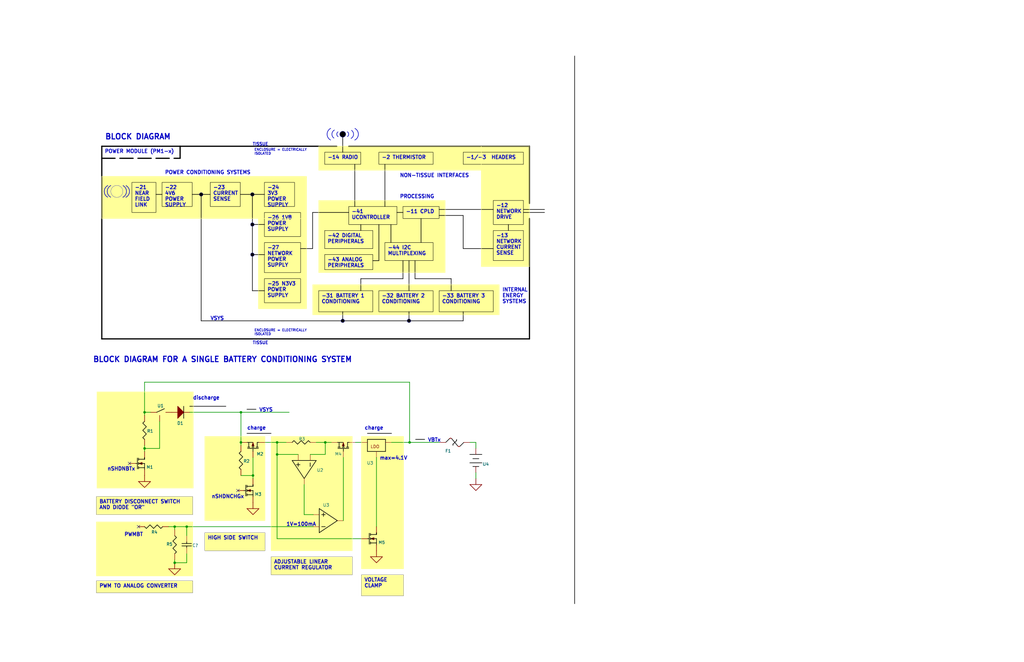
<source format=kicad_sch>
(kicad_sch (version 20231120) (generator "eeschema") (generator_version "8.0")
  (paper "B")
  (title_block (rev "-"))
  (lib_symbols
    (symbol "NNPS:GND" (power)
      (property "Reference" "#PWR" (at 0 0 0))
      (property "Value" "GND" (at 0 6.35 0))
      (symbol "GND_0_0"
        (polyline (pts (xy 0 0) (xy 0 -2.54)) (stroke (width 0.254)))
        (polyline (pts (xy -2.54 -2.54) (xy 2.54 -2.54) (xy 0 -5.08) (xy -2.54 -2.54)) (stroke (width 0.254)))
        (pin power_in line (at 0 0 0) (length 0) hide (name "GND") (number ""))
      )
    )
    (symbol "NNPS:root_0_D"
      (symbol "root_0_D_1_0"
        (polyline (pts (xy 5.08 2.54) (xy 5.08 -2.54)) (stroke (width 0.254) (color 0 0 0 1)))
        (polyline (pts (xy 2.54 -2.54) (xy 5.08 0) (xy 2.54 2.54) (xy 2.54 -2.54)) (stroke (width 0.254)) (fill (type outline)))
        (pin passive line (at 0 0 0) (length 2.54) (name "A") (number "1"))
        (pin passive line (at 7.62 0 180) (length 2.54) (name "K") (number "2"))
      )
    )
    (symbol "NNPS:root_0_F"
      (symbol "root_0_F_1_0"
        (polyline (pts (xy 2.54 0) (xy 4.064 1.524)) (stroke (width 0.254) (color 0 0 0 1)))
        (polyline (pts (xy 5.588 -1.27) (xy 5.588 -0.762)) (stroke (width 0.254) (color 0 0 0 1)))
        (polyline (pts (xy 5.588 -0.762) (xy 7.112 0.762)) (stroke (width 0.254) (color 0 0 0 1)))
        (polyline (pts (xy 7.112 0.762) (xy 7.112 1.27)) (stroke (width 0.254) (color 0 0 0 1)))
        (polyline (pts (xy 7.62 -1.524) (xy 5.08 1.524)) (stroke (width 0.254) (color 0 0 0 1)))
        (polyline (pts (xy 8.636 -1.524) (xy 10.16 0)) (stroke (width 0.254) (color 0 0 0 1)))
        (arc (start 4.572 1.778) (mid 4.2804 1.72) (end 4.0332 1.5548) (stroke (width 0.254)))
        (arc (start 5.1108 1.5548) (mid 4.8636 1.72) (end 4.572 1.778) (stroke (width 0.254)))
        (arc (start 7.6736 -1.4972) (mid 7.8609 -1.7022) (end 8.128 -1.778) (stroke (width 0.254)))
        (arc (start 8.128 -1.778) (mid 8.3951 -1.7021) (end 8.5824 -1.4972) (stroke (width 0.254)))
        (pin passive line (at 0 0 0) (length 2.54) (name "1") (number "1"))
        (pin passive line (at 12.7 0 180) (length 2.54) (name "2") (number "2"))
      )
    )
    (symbol "NNPS:root_0_LDO"
      (symbol "root_0_LDO_1_0"
        (polyline (pts (xy 2.54 -3.81) (xy 10.16 -3.81)) (stroke (width 0.254) (color 0 0 0 1)))
        (polyline (pts (xy 2.54 1.27) (xy 2.54 -3.81)) (stroke (width 0.254) (color 0 0 0 1)))
        (polyline (pts (xy 2.54 1.27) (xy 10.16 1.27)) (stroke (width 0.254) (color 0 0 0 1)))
        (polyline (pts (xy 10.16 1.27) (xy 10.16 -3.81)) (stroke (width 0.254) (color 0 0 0 1)))
        (text "LDO" (at 3.81 -2.54 0) (effects (font (size 1.27 1.27)) (justify left bottom)))
        (pin passive line (at 0 0 0) (length 2.54) (name "IN") (number "1"))
        (pin passive line (at 6.35 -6.35 90) (length 2.54) (name "GND") (number "2"))
        (pin passive line (at 12.7 0 180) (length 2.54) (name "OUT") (number "3"))
      )
    )
    (symbol "NNPS:root_0_MN"
      (symbol "root_0_MN_1_0"
        (polyline (pts (xy 2.54 0) (xy 3.302 0)) (stroke (width 0.254) (color 0 0 0 1)))
        (polyline (pts (xy 3.302 2.286) (xy 3.302 -2.286)) (stroke (width 0.254) (color 0 0 0 1)))
        (polyline (pts (xy 3.81 -2.286) (xy 3.81 -1.27)) (stroke (width 0.254) (color 0 0 0 1)))
        (polyline (pts (xy 3.81 -0.508) (xy 3.81 0.508)) (stroke (width 0.254) (color 0 0 0 1)))
        (polyline (pts (xy 3.81 2.286) (xy 3.81 1.27)) (stroke (width 0.254) (color 0 0 0 1)))
        (polyline (pts (xy 6.35 -1.778) (xy 3.81 -1.778)) (stroke (width 0.254) (color 0 0 0 1)))
        (polyline (pts (xy 6.35 0) (xy 3.81 0)) (stroke (width 0.254) (color 0 0 0 1)))
        (polyline (pts (xy 6.35 0) (xy 6.35 -2.54)) (stroke (width 0.254) (color 0 0 0 1)))
        (polyline (pts (xy 6.35 1.778) (xy 3.81 1.778)) (stroke (width 0.254) (color 0 0 0 1)))
        (polyline (pts (xy 6.35 1.778) (xy 6.35 2.54)) (stroke (width 0.254) (color 0 0 0 1)))
        (polyline (pts (xy 6.35 1.778) (xy 6.35 2.54)) (stroke (width 0.254) (color 0 0 0 1)))
        (polyline (pts (xy 3.81 0) (xy 5.334 -0.508) (xy 5.334 0.508) (xy 3.81 0)) (fill (type outline)))
        (pin passive line (at 0 0 0) (length 2.54) (name "G") (number "1"))
        (pin passive line (at 6.35 -5.08 90) (length 2.54) (name "S") (number "2"))
        (pin passive line (at 6.35 5.08 270) (length 2.54) (name "D") (number "3"))
      )
    )
    (symbol "NNPS:root_0_OPA"
      (symbol "root_0_OPA_1_0"
        (polyline (pts (xy 2.54 -7.62) (xy 10.16 -2.54)) (stroke (width 0.254) (color 0 0 0 1)))
        (polyline (pts (xy 2.54 2.54) (xy 2.54 -7.62)) (stroke (width 0.254) (color 0 0 0 1)))
        (polyline (pts (xy 2.54 2.54) (xy 10.16 -2.54)) (stroke (width 0.254) (color 0 0 0 1)))
        (polyline (pts (xy 3.556 -5.08) (xy 5.08 -5.08)) (stroke (width 0.254) (color 0 0 0 1)))
        (polyline (pts (xy 3.556 0) (xy 5.08 0)) (stroke (width 0.254) (color 0 0 0 1)))
        (polyline (pts (xy 4.318 0.762) (xy 4.318 -0.762)) (stroke (width 0.254) (color 0 0 0 1)))
        (pin passive line (at 0 0 0) (length 2.54) (name "+IN") (number "1"))
        (pin passive line (at 0 -5.08 0) (length 2.54) (name "-IN") (number "2"))
        (pin passive line (at 12.7 -2.54 180) (length 2.54) (name "OUT") (number "3"))
      )
    )
    (symbol "NNPS:root_0_R"
      (symbol "root_0_R_1_0"
        (polyline (pts (xy 10.16 0) (xy 9.398 0.762) (xy 7.874 -0.762) (xy 6.35 0.762) (xy 4.826 -0.762) (xy 3.302 0.762) (xy 2.54 0)) (stroke (width 0.254) (color 0 0 0 1)))
        (pin passive line (at 0 0 0) (length 2.54) (name "1") (number "1"))
        (pin passive line (at 12.7 0 180) (length 2.54) (name "2") (number "2"))
      )
    )
    (symbol "NNPS:root_0_SWL"
      (symbol "root_0_SWL_1_0"
        (polyline (pts (xy 2.54 0) (xy 5.842 1.524)) (stroke (width 0.254) (color 0 0 0 1)))
        (pin passive line (at 0 0 0) (length 2.54) (name "") (number "1"))
        (pin passive line (at 8.89 0 180) (length 2.54) (name "") (number "2"))
        (pin passive line (at 3.81 -3.81 90) (length 2.54) (name "") (number "3"))
      )
    )
    (symbol "NNPS:root_1_MP"
      (symbol "root_1_MP_1_0"
        (polyline (pts (xy -2.286 3.81) (xy 2.286 3.81)) (stroke (width 0.254) (color 0 0 0 1)))
        (polyline (pts (xy -2.286 4.318) (xy -1.27 4.318)) (stroke (width 0.254) (color 0 0 0 1)))
        (polyline (pts (xy -1.778 6.35) (xy -1.778 4.318)) (stroke (width 0.254) (color 0 0 0 1)))
        (polyline (pts (xy 0 2.54) (xy 0 3.81)) (stroke (width 0.254) (color 0 0 0 1)))
        (polyline (pts (xy 0 5.588) (xy 0 4.318)) (stroke (width 0.254) (color 0 0 0 1)))
        (polyline (pts (xy 0 6.35) (xy -2.54 6.35)) (stroke (width 0.254) (color 0 0 0 1)))
        (polyline (pts (xy 0.508 4.318) (xy -0.508 4.318)) (stroke (width 0.254) (color 0 0 0 1)))
        (polyline (pts (xy 1.778 6.35) (xy 1.778 4.318)) (stroke (width 0.254) (color 0 0 0 1)))
        (polyline (pts (xy 2.286 4.318) (xy 1.27 4.318)) (stroke (width 0.254) (color 0 0 0 1)))
        (polyline (pts (xy 2.54 6.35) (xy 1.778 6.35)) (stroke (width 0.254) (color 0 0 0 1)))
        (polyline (pts (xy 0 6.35) (xy -0.508 4.826) (xy 0.508 4.826) (xy 0 6.35)) (fill (type outline)))
        (pin passive line (at 0 0 90) (length 2.54) (name "G") (number "1"))
        (pin passive line (at -5.08 6.35 0) (length 2.54) (name "S") (number "2"))
        (pin passive line (at 5.08 6.35 180) (length 2.54) (name "D") (number "3"))
      )
    )
    (symbol "NNPS:root_1_R"
      (symbol "root_1_R_1_0"
        (polyline (pts (xy 0 10.16) (xy -0.762 9.398) (xy 0.762 7.874) (xy -0.762 6.35) (xy 0.762 4.826) (xy -0.762 3.302) (xy 0 2.54)) (stroke (width 0.254) (color 0 0 0 1)))
        (pin passive line (at 0 0 90) (length 2.54) (name "1") (number "1"))
        (pin passive line (at 0 12.7 270) (length 2.54) (name "2") (number "2"))
      )
    )
    (symbol "NNPS:root_2_R"
      (symbol "root_2_R_1_0"
        (polyline (pts (xy -10.16 0) (xy -9.398 -0.762) (xy -7.874 0.762) (xy -6.35 -0.762) (xy -4.826 0.762) (xy -3.302 -0.762) (xy -2.54 0)) (stroke (width 0.254) (color 0 0 0 1)))
        (pin passive line (at 0 0 180) (length 2.54) (name "1") (number "1"))
        (pin passive line (at -12.7 0 0) (length 2.54) (name "2") (number "2"))
      )
    )
    (symbol "NNPS:root_3_BAT"
      (symbol "root_3_BAT_1_0"
        (polyline (pts (xy 1.27 -7.62) (xy -1.27 -7.62)) (stroke (width 0.254) (color 0 0 0 1)))
        (polyline (pts (xy 1.27 -4.318) (xy -1.27 -4.318)) (stroke (width 0.254) (color 0 0 0 1)))
        (polyline (pts (xy 2.54 -6.096) (xy -2.54 -6.096)) (stroke (width 0.254) (color 0 0 0 1)))
        (polyline (pts (xy 2.54 -2.54) (xy -2.54 -2.54)) (stroke (width 0.254) (color 0 0 0 1)))
        (pin passive line (at 0 0 270) (length 2.54) (name "+") (number "1"))
        (pin passive line (at 0 -10.16 90) (length 2.54) (name "-") (number "2"))
      )
    )
    (symbol "NNPS:root_3_C"
      (symbol "root_3_C_1_0"
        (polyline (pts (xy -2.032 -3.302) (xy 2.032 -3.302)) (stroke (width 0.254) (color 0 0 0 1)))
        (polyline (pts (xy 0 -5.08) (xy 0 -4.318)) (stroke (width 0.254) (color 0 0 0 1)))
        (polyline (pts (xy 0 -2.54) (xy 0 -3.302)) (stroke (width 0.254) (color 0 0 0 1)))
        (polyline (pts (xy 2.032 -4.318) (xy -2.032 -4.318)) (stroke (width 0.254) (color 0 0 0 1)))
        (pin passive line (at 0 0 270) (length 2.54) (name "1") (number "1"))
        (pin passive line (at 0 -7.62 90) (length 2.54) (name "2") (number "2"))
      )
    )
    (symbol "NNPS:root_3_R"
      (symbol "root_3_R_1_0"
        (polyline (pts (xy 0 -10.16) (xy 0.762 -9.398) (xy -0.762 -7.874) (xy 0.762 -6.35) (xy -0.762 -4.826) (xy 0.762 -3.302) (xy 0 -2.54)) (stroke (width 0.254) (color 0 0 0 1)))
        (pin passive line (at 0 0 270) (length 2.54) (name "1") (number "1"))
        (pin passive line (at 0 -12.7 90) (length 2.54) (name "2") (number "2"))
      )
    )
    (symbol "NNPS:root_3_mirrored_OPA"
      (symbol "root_3_mirrored_OPA_1_0"
        (polyline (pts (xy -2.54 -2.54) (xy 2.54 -10.16)) (stroke (width 0.254) (color 0 0 0 1)))
        (polyline (pts (xy -2.54 -2.54) (xy 7.62 -2.54)) (stroke (width 0.254) (color 0 0 0 1)))
        (polyline (pts (xy -0.762 -4.318) (xy 0.762 -4.318)) (stroke (width 0.254) (color 0 0 0 1)))
        (polyline (pts (xy 0 -3.556) (xy 0 -5.08)) (stroke (width 0.254) (color 0 0 0 1)))
        (polyline (pts (xy 5.08 -3.556) (xy 5.08 -5.08)) (stroke (width 0.254) (color 0 0 0 1)))
        (polyline (pts (xy 7.62 -2.54) (xy 2.54 -10.16)) (stroke (width 0.254) (color 0 0 0 1)))
        (pin passive line (at 0 0 270) (length 2.54) (name "+IN") (number "1"))
        (pin passive line (at 5.08 0 270) (length 2.54) (name "-IN") (number "2"))
        (pin passive line (at 2.54 -12.7 90) (length 2.54) (name "OUT") (number "3"))
      )
    )
  )
  (junction (at 78.74 222.25))
  (junction (at 73.66 222.25))
  (junction (at 172.72 186.69))
  (junction (at 106.68 200.66))
  (junction (at 101.6 173.99))
  (junction (at 60.96 173.99))
  (junction (at 116.84 186.69))
  (junction (at 116.84 191.77))
  (junction (at 73.66 237.49))
  (junction (at 101.6 186.69))
  (junction (at 137.16 186.69))
  (junction (at 60.96 189.23))
  (no_connect (at 100.33 207.01))
  (no_connect (at 54.61 195.58))
  (no_connect (at 58.42 222.25))
  (polyline (pts (xy 175.006 117.602) (xy 175.006 109.982)) (stroke (width 0.254) (type solid) (color 0 0 0 1)))
  (wire (pts (xy 60.96 189.23) (xy 67.31 189.23)) (stroke (width 0.254)))
  (polyline (pts (xy 208.026 104.902) (xy 195.326 104.902)) (stroke (width 0.254) (type solid) (color 0 0 0 1)))
  (polyline (pts (xy 154.94 182.88) (xy 165.1 182.88)) (stroke (width 0.254) (type solid) (color 0 0 0 1)))
  (polyline (pts (xy 229.616 89.662) (xy 220.726 89.662)) (stroke (width 0.254) (type solid) (color 0 0 0 1)))
  (polyline (pts (xy 169.926 117.602) (xy 152.146 117.602)) (stroke (width 0.254) (type solid) (color 0 0 0 1)))
  (polyline (pts (xy 42.926 66.802) (xy 75.946 66.802)) (stroke (width 0.508) (type dash) (color 0 0 0 1)))
  (polyline (pts (xy 104.14 182.88) (xy 114.3 182.88)) (stroke (width 0.254) (type solid) (color 0 0 0 1)))
  (polyline (pts (xy 175.26 185.42) (xy 179.07 185.42)) (stroke (width 0.254) (type solid) (color 0 0 0 1)))
  (polyline (pts (xy 84.836 135.382) (xy 84.836 82.042)) (stroke (width 0.254) (type solid) (color 0 0 0 1)))
  (wire (pts (xy 60.96 175.26) (xy 60.96 173.99)) (stroke (width 0.254)))
  (wire (pts (xy 137.16 186.69) (xy 133.35 186.69)) (stroke (width 0.254)))
  (polyline (pts (xy 195.326 135.382) (xy 84.836 135.382)) (stroke (width 0.254) (type solid) (color 0 0 0 1)))
  (polyline (pts (xy 106.426 122.682) (xy 106.426 82.042)) (stroke (width 0.254) (type solid) (color 0 0 0 1)))
  (polyline (pts (xy 223.266 61.722) (xy 147.066 61.722)) (stroke (width 0.508) (type solid) (color 0 0 0 1)))
  (wire (pts (xy 116.84 191.77) (xy 116.84 227.33)) (stroke (width 0.254)))
  (wire (pts (xy 101.6 200.66) (xy 106.68 200.66)) (stroke (width 0.254)))
  (polyline (pts (xy 144.526 135.382) (xy 144.526 131.572)) (stroke (width 0.254) (type solid) (color 0 0 0 1)))
  (polyline (pts (xy 106.426 122.682) (xy 111.506 122.682)) (stroke (width 0.254) (type solid) (color 0 0 0 1)))
  (polyline (pts (xy 159.766 109.982) (xy 157.226 109.982)) (stroke (width 0.254) (type solid) (color 0 0 0 1)))
  (polyline (pts (xy 177.546 92.202) (xy 177.546 102.362)) (stroke (width 0.254) (type solid) (color 0 0 0 1)))
  (polyline (pts (xy 169.926 89.662) (xy 167.386 89.662)) (stroke (width 0.254) (type solid) (color 0 0 0 1)))
  (polyline (pts (xy 214.376 94.742) (xy 214.376 97.282)) (stroke (width 0.254) (type solid) (color 0 0 0 1)))
  (wire (pts (xy 73.66 236.22) (xy 73.66 237.49)) (stroke (width 0.254)))
  (polyline (pts (xy 190.246 117.602) (xy 175.006 117.602)) (stroke (width 0.254) (type solid) (color 0 0 0 1)))
  (wire (pts (xy 78.74 222.25) (xy 132.08 222.25)) (stroke (width 0.254)))
  (wire (pts (xy 200.66 186.69) (xy 200.66 189.23)) (stroke (width 0.254)))
  (wire (pts (xy 200.66 199.39) (xy 200.66 201.93)) (stroke (width 0.254)))
  (polyline (pts (xy 152.146 97.282) (xy 152.146 94.742)) (stroke (width 0.254) (type solid) (color 0 0 0 1)))
  (polyline (pts (xy 172.466 122.682) (xy 172.466 109.982)) (stroke (width 0.254) (type solid) (color 0 0 0 1)))
  (polyline (pts (xy 80.01 171.45) (xy 95.25 171.45)) (stroke (width 0.254) (type solid) (color 0 0 0 1)))
  (polyline (pts (xy 195.326 135.382) (xy 195.326 131.572)) (stroke (width 0.254) (type solid) (color 0 0 0 1)))
  (wire (pts (xy 116.84 186.69) (xy 120.65 186.69)) (stroke (width 0.254)))
  (wire (pts (xy 67.31 189.23) (xy 67.31 177.8)) (stroke (width 0.254)))
  (polyline (pts (xy 149.606 87.122) (xy 149.606 69.342)) (stroke (width 0.254) (type solid) (color 0 0 0 1)))
  (wire (pts (xy 172.72 161.29) (xy 172.72 186.69)) (stroke (width 0.254)))
  (wire (pts (xy 165.1 186.69) (xy 172.72 186.69)) (stroke (width 0.254)))
  (wire (pts (xy 101.6 187.96) (xy 101.6 186.69)) (stroke (width 0.254)))
  (wire (pts (xy 130.81 191.77) (xy 137.16 191.77)) (stroke (width 0.254)))
  (wire (pts (xy 172.72 186.69) (xy 185.42 186.69)) (stroke (width 0.254)))
  (polyline (pts (xy 42.926 143.002) (xy 223.266 143.002)) (stroke (width 0.508) (type solid) (color 0 0 0 1)))
  (polyline (pts (xy 65.786 82.042) (xy 68.326 82.042)) (stroke (width 0.254) (type solid) (color 0 0 0 1)))
  (wire (pts (xy 80.01 173.99) (xy 101.6 173.99)) (stroke (width 0.254)))
  (polyline (pts (xy 195.326 90.932) (xy 185.166 90.932)) (stroke (width 0.254) (type solid) (color 0 0 0 1)))
  (polyline (pts (xy 131.826 104.902) (xy 131.826 89.662)) (stroke (width 0.254) (type solid) (color 0 0 0 1)))
  (polyline (pts (xy 75.946 66.802) (xy 75.946 61.722)) (stroke (width 0.508) (type dash) (color 0 0 0 1)))
  (polyline (pts (xy 106.426 94.742) (xy 111.506 94.742)) (stroke (width 0.254) (type solid) (color 0 0 0 1)))
  (wire (pts (xy 73.66 223.52) (xy 73.66 222.25)) (stroke (width 0.254)))
  (polyline (pts (xy 106.426 107.442) (xy 111.506 107.442)) (stroke (width 0.254) (type solid) (color 0 0 0 1)))
  (wire (pts (xy 73.66 237.49) (xy 78.74 237.49)) (stroke (width 0.254)))
  (polyline (pts (xy 169.926 117.602) (xy 169.926 109.982)) (stroke (width 0.254) (type solid) (color 0 0 0 1)))
  (wire (pts (xy 106.68 200.66) (xy 106.68 193.04)) (stroke (width 0.254)))
  (polyline (pts (xy 159.766 109.982) (xy 159.766 94.742)) (stroke (width 0.254) (type solid) (color 0 0 0 1)))
  (polyline (pts (xy 42.926 61.722) (xy 141.986 61.722)) (stroke (width 0.508) (type solid) (color 0 0 0 1)))
  (wire (pts (xy 101.6 173.99) (xy 121.92 173.99)) (stroke (width 0.254)))
  (polyline (pts (xy 190.246 122.682) (xy 190.246 117.602)) (stroke (width 0.254) (type solid) (color 0 0 0 1)))
  (wire (pts (xy 60.96 173.99) (xy 63.5 173.99)) (stroke (width 0.254)))
  (wire (pts (xy 78.74 226.06) (xy 78.74 222.25)) (stroke (width 0.254)))
  (polyline (pts (xy 131.826 104.902) (xy 126.746 104.902)) (stroke (width 0.254) (type solid) (color 0 0 0 1)))
  (wire (pts (xy 158.75 193.04) (xy 158.75 222.25)) (stroke (width 0.254)))
  (wire (pts (xy 78.74 237.49) (xy 78.74 233.68)) (stroke (width 0.254)))
  (polyline (pts (xy 229.616 88.392) (xy 220.726 88.392)) (stroke (width 0.254) (type solid) (color 0 0 0 1)))
  (polyline (pts (xy 104.14 172.72) (xy 107.95 172.72)) (stroke (width 0.254) (type solid) (color 0 0 0 1)))
  (polyline (pts (xy 81.026 82.042) (xy 88.646 82.042)) (stroke (width 0.254) (type solid) (color 0 0 0 1)))
  (wire (pts (xy 116.84 227.33) (xy 152.4 227.33)) (stroke (width 0.254)))
  (polyline (pts (xy 172.466 135.382) (xy 172.466 131.572)) (stroke (width 0.254) (type solid) (color 0 0 0 1)))
  (wire (pts (xy 149.86 186.69) (xy 152.4 186.69)) (stroke (width 0.254)))
  (wire (pts (xy 60.96 189.23) (xy 60.96 187.96)) (stroke (width 0.254)))
  (polyline (pts (xy 152.146 122.682) (xy 152.146 117.602)) (stroke (width 0.254) (type solid) (color 0 0 0 1)))
  (polyline (pts (xy 147.066 89.662) (xy 131.826 89.662)) (stroke (width 0.254) (type solid) (color 0 0 0 1)))
  (polyline (pts (xy 223.266 61.722) (xy 223.266 85.852)) (stroke (width 0.508) (type solid) (color 0 0 0 1)))
  (wire (pts (xy 116.84 191.77) (xy 125.73 191.77)) (stroke (width 0.254)))
  (wire (pts (xy 128.27 204.47) (xy 128.27 217.17)) (stroke (width 0.254)))
  (polyline (pts (xy 42.926 61.722) (xy 42.926 143.002)) (stroke (width 0.508) (type solid) (color 0 0 0 1)))
  (wire (pts (xy 128.27 217.17) (xy 132.08 217.17)) (stroke (width 0.254)))
  (wire (pts (xy 71.12 222.25) (xy 73.66 222.25)) (stroke (width 0.254)))
  (polyline (pts (xy 208.026 88.392) (xy 185.166 88.392)) (stroke (width 0.254) (type solid) (color 0 0 0 1)))
  (wire (pts (xy 137.16 191.77) (xy 137.16 186.69)) (stroke (width 0.254)))
  (wire (pts (xy 137.16 186.69) (xy 139.7 186.69)) (stroke (width 0.254)))
  (wire (pts (xy 60.96 190.5) (xy 60.96 189.23)) (stroke (width 0.254)))
  (wire (pts (xy 111.76 186.69) (xy 116.84 186.69)) (stroke (width 0.254)))
  (wire (pts (xy 60.96 161.29) (xy 172.72 161.29)) (stroke (width 0.254)))
  (polyline (pts (xy 223.266 92.202) (xy 223.266 143.002)) (stroke (width 0.508) (type solid) (color 0 0 0 1)))
  (wire (pts (xy 101.6 186.69) (xy 101.6 173.99)) (stroke (width 0.254)))
  (wire (pts (xy 60.96 173.99) (xy 60.96 161.29)) (stroke (width 0.254)))
  (wire (pts (xy 106.68 200.66) (xy 106.68 201.93)) (stroke (width 0.254)))
  (polyline (pts (xy 144.526 56.642) (xy 144.526 64.262)) (stroke (width 0.254) (type solid) (color 0 0 0 1)))
  (wire (pts (xy 198.12 186.69) (xy 200.66 186.69)) (stroke (width 0.254)))
  (polyline (pts (xy 162.306 87.122) (xy 162.306 69.342)) (stroke (width 0.254) (type solid) (color 0 0 0 1)))
  (polyline (pts (xy 101.346 82.042) (xy 111.506 82.042)) (stroke (width 0.254) (type solid) (color 0 0 0 1)))
  (polyline (pts (xy 195.326 90.932) (xy 195.326 104.902)) (stroke (width 0.254) (type solid) (color 0 0 0 1)))
  (wire (pts (xy 116.84 186.69) (xy 116.84 191.77)) (stroke (width 0.254)))
  (polyline (pts (xy 242.316 254.762) (xy 242.316 23.622)) (stroke (width 0.254) (type solid) (color 0 0 0 1)))
  (polyline (pts (xy 164.846 102.362) (xy 164.846 94.742)) (stroke (width 0.254) (type solid) (color 0 0 0 1)))
  (wire (pts (xy 73.66 222.25) (xy 78.74 222.25)) (stroke (width 0.254)))
  (wire (pts (xy 144.78 219.71) (xy 144.78 193.04)) (stroke (width 0.254)))
  (circle (center 49.276 80.772) (radius 2.54) (stroke (width 0.0001)))
  (arc (start 148.2438 55.0059) (mid 149.0784 56.7614) (end 148.042 58.4059) (stroke (width 0.254)))
  (rectangle (start 86.36 184.15) (end 111.76 219.71) (stroke (width 0) (color 255 255 153 1)) (fill (type color) (color 255 255 153 1)))
  (arc (start 46.6668 83.207) (mid 45.2273 80.7369) (end 46.7288 78.3039) (stroke (width 0.254)))
  (arc (start 45.3968 83.207) (mid 43.9573 80.7369) (end 45.4588 78.3039) (stroke (width 0.254)))
  (rectangle (start 210.566 120.142) (end 131.826 132.842) (stroke (width 0) (color 255 255 153 1)) (fill (type color) (color 255 255 153 1)))
  (arc (start 140.8082 58.2781) (mid 139.9736 56.5226) (end 141.01 54.8781) (stroke (width 0.254)))
  (arc (start 142.5689 57.6743) (mid 142.0163 56.6732) (end 142.5178 55.6456) (stroke (width 0.254)))
  (circle (center 144.526 135.382) (radius 0.762) (stroke (width 0.0001)) (fill (type color) (color 0 0 0 1)))
  (arc (start 51.8852 78.337) (mid 53.3247 80.8071) (end 51.8232 83.2401) (stroke (width 0.254)))
  (rectangle (start 223.266 61.722) (end 202.946 112.522) (stroke (width 0) (color 255 255 153 1)) (fill (type color) (color 255 255 153 1)))
  (circle (center 144.526 56.642) (radius 1.27) (stroke (width 0.0001)) (fill (type color) (color 0 0 0 1)))
  (rectangle (start 187.706 84.582) (end 134.366 115.062) (stroke (width 0) (color 255 255 153 1)) (fill (type color) (color 255 255 153 1)))
  (arc (start 53.1552 78.337) (mid 54.5947 80.8071) (end 53.0932 83.2401) (stroke (width 0.254)))
  (circle (center 106.426 82.042) (radius 0.762) (stroke (width 0.0001)) (fill (type color) (color 0 0 0 1)))
  (rectangle (start 148.59 184.15) (end 114.3 232.41) (stroke (width 0) (color 255 255 153 1)) (fill (type color) (color 255 255 153 1)))
  (circle (center 106.426 94.742) (radius 0.762) (stroke (width 0.0001)) (fill (type color) (color 0 0 0 1)))
  (arc (start 149.6752 54.207) (mid 151.1147 56.6771) (end 149.6132 59.1101) (stroke (width 0.254)))
  (rectangle (start 202.946 61.722) (end 134.366 71.882) (stroke (width 0) (color 255 255 153 1)) (fill (type color) (color 255 255 153 1)))
  (rectangle (start 129.286 74.422) (end 42.926 92.202) (stroke (width 0) (color 255 255 153 1)) (fill (type color) (color 255 255 153 1)))
  (circle (center 106.426 107.442) (radius 0.762) (stroke (width 0.0001)) (fill (type color) (color 0 0 0 1)))
  (rectangle (start 40.64 220.218) (end 81.28 243.078) (stroke (width 0) (color 255 255 153 1)) (fill (type color) (color 255 255 153 1)))
  (circle (center 172.466 135.382) (radius 0.762) (stroke (width 0.0001)) (fill (type color) (color 0 0 0 1)))
  (rectangle (start 40.894 165.354) (end 81.534 205.994) (stroke (width 0) (color 255 255 153 1)) (fill (type color) (color 255 255 153 1)))
  (arc (start 139.3768 59.077) (mid 137.9373 56.6069) (end 139.4388 54.1739) (stroke (width 0.254)))
  (rectangle (start 170.18 184.15) (end 152.4 240.03) (stroke (width 0) (color 255 255 153 1)) (fill (type color) (color 255 255 153 1)))
  (rectangle (start 129.286 92.202) (end 108.966 130.302) (stroke (width 0) (color 255 255 153 1)) (fill (type color) (color 255 255 153 1)))
  (arc (start 146.4831 55.6097) (mid 147.0357 56.6108) (end 146.5342 57.6384) (stroke (width 0.254)))
  (circle (center 84.836 82.042) (radius 0.762) (stroke (width 0.0001)) (fill (type color) (color 0 0 0 1)))
  (text_box "-44 I2C MULTIPLEXING" (at 162.306 102.362 0) (size 20.32 7.62) (stroke (width 0) (color 0 0 0 1)) (effects (font (size 1.524 1.524) (bold yes)) (justify left top)))
  (text_box "-24 3V3 POWER SUPPLY" (at 111.506 76.962 0) (size 12.7 10.16) (stroke (width 0) (color 0 0 0 1)) (effects (font (size 1.524 1.524) (bold yes)) (justify left top)))
  (text_box "-22 4V6 POWER SUPPLY" (at 68.326 76.962 0) (size 12.7 10.16) (stroke (width 0) (color 0 0 0 1)) (effects (font (size 1.524 1.524) (bold yes)) (justify left top)))
  (text_box "NON-TISSUE INTERFACES" (at 200.406 71.882 0) (size -33.02 5.08) (stroke (width -0.0001) (color 0 0 0 1)) (effects (font (size 1.524 1.524) (bold yes)) (justify left top)))
  (text_box "PROCESSING" (at 182.626 80.772 0) (size -15.24 3.81) (stroke (width -0.0001) (color 0 0 0 1)) (effects (font (size 1.524 1.524) (bold yes)) (justify left top)))
  (text_box "INTERNAL ENERGY SYSTEMS" (at 223.266 120.142 0) (size -12.7 10.16) (stroke (width -0.0001) (color 0 0 0 1)) (effects (font (size 1.524 1.524) (bold yes)) (justify left top)))
  (text_box "-26 1V8 POWER SUPPLY" (at 111.506 89.662 0) (size 15.24 10.16) (stroke (width 0) (color 0 0 0 1)) (effects (font (size 1.524 1.524) (bold yes)) (justify left top)))
  (text_box "-14 RADIO" (at 136.906 64.262 0) (size 15.24 5.08) (stroke (width 0) (color 0 0 0 1)) (effects (font (size 1.524 1.524) (bold yes)) (justify left top)))
  (text_box "-33 BATTERY 3 CONDITIONING" (at 185.166 122.682 0) (size 22.86 8.89) (stroke (width 0) (color 0 0 0 1)) (effects (font (size 1.524 1.524) (bold yes)) (justify left top)))
  (text_box "POWER MODULE (PM1-x)" (at 75.946 61.722 0) (size -33.02 5.08) (stroke (width -0.0001) (color 255 195 189 1)) (effects (font (size 1.524 1.524) (bold yes)) (justify left top)))
  (text_box "-1/-3  HEADERS" (at 195.326 64.262 0) (size 25.4 5.08) (stroke (width 0) (color 0 0 0 1)) (effects (font (size 1.524 1.524) (bold yes)) (justify left top)))
  (text_box "-42 DIGITAL PERIPHERALS" (at 136.906 97.282 0) (size 20.32 7.62) (stroke (width 0) (color 0 0 0 1)) (effects (font (size 1.524 1.524) (bold yes)) (justify left top)))
  (text_box "ENCLOSURE = ELECTRICALLY ISOLATED" (at 131.826 61.722 0) (size -25.4 5.08) (stroke (width -0.0001) (color 0 0 0 1)) (effects (font (size 1.016 1.016) (bold yes)) (justify left top)))
  (text_box "-12 NETWORK DRIVE" (at 208.026 84.582 0) (size 12.7 10.16) (stroke (width 0) (color 0 0 0 1)) (effects (font (size 1.524 1.524) (bold yes)) (justify left top)))
  (text_box "-13 NETWORK CURRENT SENSE" (at 208.026 97.282 0) (size 12.7 12.7) (stroke (width 0) (color 0 0 0 1)) (effects (font (size 1.524 1.524) (bold yes)) (justify left top)))
  (text_box "-2 THERMISTOR" (at 159.766 64.262 0) (size 22.86 5.08) (stroke (width 0) (color 0 0 0 1)) (effects (font (size 1.524 1.524) (bold yes)) (justify left top)))
  (text_box "-32 BATTERY 2 CONDITIONING" (at 159.766 122.682 0) (size 22.86 8.89) (stroke (width 0) (color 0 0 0 1)) (effects (font (size 1.524 1.524) (bold yes)) (justify left top)))
  (text_box "ENCLOSURE = ELECTRICALLY ISOLATED" (at 131.826 137.922 0) (size -25.4 5.08) (stroke (width -0.0001) (color 0 0 0 1)) (effects (font (size 1.016 1.016) (bold yes)) (justify left top)))
  (text_box "BATTERY DISCONNECT SWITCH AND DIODE \"OR\"" (at 40.64 209.55 0) (size 40.64 7.62) (stroke (width 0) (color 128 128 128 1)) (fill (type color) (color 255 255 153 1)) (effects (font (size 1.524 1.524) (bold yes)) (justify left top)))
  (text_box "-31 BATTERY 1 CONDITIONING" (at 134.366 122.682 0) (size 22.86 8.89) (stroke (width 0) (color 0 0 0 1)) (effects (font (size 1.524 1.524) (bold yes)) (justify left top)))
  (text_box "-25 N3V3 POWER SUPPLY" (at 111.506 117.602 0) (size 15.24 10.16) (stroke (width 0) (color 0 0 0 1)) (effects (font (size 1.524 1.524) (bold yes)) (justify left top)))
  (text_box "PWM TO ANALOG CONVERTER" (at 81.28 245.11 0) (size -40.64 5.08) (stroke (width 0) (color 128 128 128 1)) (fill (type color) (color 255 255 153 1)) (effects (font (size 1.524 1.524) (bold yes)) (justify left top)))
  (text_box "-41 UCONTROLLER" (at 147.066 87.122 0) (size 20.32 7.62) (stroke (width 0) (color 0 0 0 1)) (effects (font (size 1.524 1.524) (bold yes)) (justify left top)))
  (text_box "VOLTAGE CLAMP" (at 170.18 242.57 0) (size -17.78 8.89) (stroke (width 0) (color 128 128 128 1)) (fill (type color) (color 255 255 153 1)) (effects (font (size 1.524 1.524) (bold yes)) (justify left top)))
  (text_box "ADJUSTABLE LINEAR CURRENT REGULATOR" (at 148.59 234.95 0) (size -34.29 7.62) (stroke (width 0) (color 128 128 128 1)) (fill (type color) (color 255 255 153 1)) (effects (font (size 1.524 1.524) (bold yes)) (justify left top)))
  (text_box "POWER CONDITIONING SYSTEMS" (at 107.696 70.612 0) (size -39.37 3.81) (stroke (width -0.0001) (color 0 0 0 1)) (effects (font (size 1.524 1.524) (bold yes)) (justify left top)))
  (text_box "-43 ANALOG PERIPHERALS" (at 136.906 107.442 0) (size 20.32 6.35) (stroke (width 0) (color 0 0 0 1)) (effects (font (size 1.524 1.524) (bold yes)) (justify left top)))
  (text_box "-23 CURRENT SENSE" (at 88.646 76.962 0) (size 12.7 10.16) (stroke (width 0) (color 0 0 0 1)) (effects (font (size 1.524 1.524) (bold yes)) (justify left top)))
  (text_box "-21 NEAR FIELD LINK\n" (at 55.626 76.962 0) (size 10.16 12.7) (stroke (width 0) (color 0 0 0 1)) (effects (font (size 1.524 1.524) (bold yes)) (justify left top)))
  (text_box "-11 CPLD" (at 169.926 87.122 0) (size 15.24 5.08) (stroke (width 0) (color 0 0 0 1)) (effects (font (size 1.524 1.524) (bold yes)) (justify left top)))
  (text_box "-27 NETWORK  POWER SUPPLY" (at 111.506 102.362 0) (size 15.24 12.7) (stroke (width 0) (color 0 0 0 1)) (effects (font (size 1.524 1.524) (bold yes)) (justify left top)))
  (text_box "HIGH SIDE SWITCH" (at 111.76 224.79 0) (size -25.4 7.62) (stroke (width 0) (color 128 128 128 1)) (fill (type color) (color 255 255 153 1)) (effects (font (size 1.524 1.524) (bold yes)) (justify left top)))
  (text "VSYS" (at 88.646 135.382 0) (effects (font (size 1.524 1.524) (bold yes)) (justify left bottom)))
  (text "TISSUE" (at 106.426 61.722 0) (effects (font (size 1.27 1.27) (bold yes)) (justify left bottom)))
  (text "nSHDNCHGx" (at 89.154 210.566 0) (effects (font (size 1.524 1.524) (bold yes)) (justify left bottom)))
  (text "nSHDNBTx" (at 45.212 198.882 0) (effects (font (size 1.524 1.524) (bold yes)) (justify left bottom)))
  (text "VSYS" (at 109.22 173.99 0) (effects (font (size 1.524 1.524) (bold yes)) (justify left bottom)))
  (text "VBTx" (at 180.34 186.69 0) (effects (font (size 1.524 1.524) (bold yes)) (justify left bottom)))
  (text "charge" (at 153.67 181.61 0) (effects (font (size 1.524 1.524) (bold yes)) (justify left bottom)))
  (text "BLOCK DIAGRAM" (at 44.196 59.182 0) (effects (font (size 2.286 2.286) (bold yes)) (justify left bottom)))
  (text "max=4.1V" (at 160.02 194.31 0) (effects (font (size 1.524 1.524) (bold yes)) (justify left bottom)))
  (text "TISSUE" (at 106.426 145.542 0) (effects (font (size 1.27 1.27) (bold yes)) (justify left bottom)))
  (text "PWMBT" (at 52.324 226.568 0) (effects (font (size 1.524 1.524) (bold yes)) (justify left bottom)))
  (text "charge" (at 104.14 181.61 0) (effects (font (size 1.524 1.524) (bold yes)) (justify left bottom)))
  (text "discharge" (at 81.28 168.91 0) (effects (font (size 1.524 1.524) (bold yes)) (justify left bottom)))
  (text "BLOCK DIAGRAM FOR A SINGLE BATTERY CONDITIONING SYSTEM" (at 39.116 153.162 0) (effects (font (size 2.286 2.286) (bold yes)) (justify left bottom)))
  (text "1V=100mA" (at 120.65 222.25 0) (effects (font (size 1.524 1.524) (bold yes)) (justify left bottom)))
  (symbol (lib_id "NNPS:GND") (at 158.75 232.41 0) (unit 1)
    (property "Reference" "#PWR?" (effects (hide yes)))
    (property "Value" "GND" (effects (hide yes)))
  )
  (symbol (lib_id "NNPS:GND") (at 106.68 212.09 0) (unit 1)
    (property "Reference" "#PWR?" (effects (hide yes)))
    (property "Value" "GND" (effects (hide yes)))
  )
  (symbol (lib_id "NNPS:root_3_BAT") (at 200.66 189.23 0) (unit 1) (exclude_from_sim yes) (in_bom no) (on_board no)
    (property "Reference" "U4" (at 203.454 196.596 0) (effects (justify left bottom)))
    (property "Value" "BAT" (effects (hide yes)))
  )
  (symbol (lib_id "NNPS:root_0_R") (at 120.65 186.69 0) (unit 1) (exclude_from_sim yes) (in_bom no) (on_board no)
    (property "Reference" "R3" (at 125.984 185.928 0) (effects (justify left bottom)))
    (property "Value" "R" (effects (hide yes)))
    (property "ALTIUM_VALUE" "1" (effects (hide yes)))
  )
  (symbol (lib_id "NNPS:root_3_mirrored_OPA") (at 125.73 191.77 0) (unit 1) (exclude_from_sim yes) (in_bom no) (on_board no)
    (property "Reference" "U2" (at 133.604 199.136 0) (effects (justify left bottom)))
    (property "Value" "OPA" (effects (hide yes)))
  )
  (symbol (lib_id "NNPS:root_3_C") (at 78.74 226.06 0) (unit 1) (exclude_from_sim yes) (in_bom no) (on_board no)
    (property "Reference" "C?" (at 81.026 230.886 0) (effects (justify left bottom)))
    (property "Value" "C" (effects (hide yes)))
    (property "ALTIUM_VALUE" "1uF" (effects (hide yes)))
  )
  (symbol (lib_id "NNPS:root_1_MP") (at 144.78 193.04 0) (unit 1) (exclude_from_sim yes) (in_bom no) (on_board no)
    (property "Reference" "M4" (at 141.224 192.278 0) (effects (justify left bottom)))
    (property "Value" "MP" (effects (hide yes)))
  )
  (symbol (lib_id "NNPS:GND") (at 73.66 237.49 0) (unit 1)
    (property "Reference" "#PWR?" (effects (hide yes)))
    (property "Value" "GND" (effects (hide yes)))
  )
  (symbol (lib_id "NNPS:root_0_OPA") (at 132.08 217.17 0) (unit 1) (exclude_from_sim yes) (in_bom no) (on_board no)
    (property "Reference" "U3" (at 136.144 213.868 0) (effects (justify left bottom)))
    (property "Value" "OPA" (effects (hide yes)))
  )
  (symbol (lib_id "NNPS:root_1_R") (at 101.6 200.66 0) (unit 1) (exclude_from_sim yes) (in_bom no) (on_board no)
    (property "Reference" "R2" (at 102.616 195.326 0) (effects (justify left bottom)))
    (property "Value" "R" (effects (hide yes)))
    (property "ALTIUM_VALUE" "1" (effects (hide yes)))
  )
  (symbol (lib_id "NNPS:root_0_D") (at 72.39 173.99 0) (unit 1) (exclude_from_sim yes) (in_bom no) (on_board no)
    (property "Reference" "D1" (at 74.676 179.324 0) (effects (justify left bottom)))
    (property "Value" "D" (effects (hide yes)))
  )
  (symbol (lib_id "NNPS:root_0_LDO") (at 152.4 186.69 0) (unit 1) (exclude_from_sim yes) (in_bom no) (on_board no)
    (property "Reference" "U3" (at 154.686 196.088 0) (effects (justify left bottom)))
    (property "Value" "LDO" (effects (hide yes)))
  )
  (symbol (lib_id "NNPS:GND") (at 60.96 200.66 0) (unit 1) (exclude_from_sim yes) (in_bom no) (on_board no)
    (property "Reference" "#PWR?" (effects (hide yes)))
    (property "Value" "GND" (effects (hide yes)))
  )
  (symbol (lib_id "NNPS:root_2_R") (at 71.12 222.25 0) (unit 1) (exclude_from_sim yes) (in_bom no) (on_board no)
    (property "Reference" "R4" (at 63.754 225.298 0) (effects (justify left bottom)))
    (property "Value" "R" (effects (hide yes)))
    (property "ALTIUM_VALUE" "1" (effects (hide yes)))
  )
  (symbol (lib_id "NNPS:root_1_R") (at 60.96 187.96 0) (unit 1) (exclude_from_sim yes) (in_bom no) (on_board no)
    (property "Reference" "R1" (at 61.976 182.626 0) (effects (justify left bottom)))
    (property "Value" "R" (effects (hide yes)))
    (property "ALTIUM_VALUE" "1" (effects (hide yes)))
  )
  (symbol (lib_id "NNPS:GND") (at 200.66 201.93 0) (unit 1)
    (property "Reference" "#PWR?" (effects (hide yes)))
    (property "Value" "GND" (effects (hide yes)))
  )
  (symbol (lib_id "NNPS:root_1_MP") (at 106.68 193.04 0) (unit 1) (exclude_from_sim yes) (in_bom no) (on_board no)
    (property "Reference" "M2" (at 108.204 192.278 0) (effects (justify left bottom)))
    (property "Value" "MP" (effects (hide yes)))
  )
  (symbol (lib_id "NNPS:root_0_MN") (at 54.61 195.58 0) (unit 1) (exclude_from_sim yes) (in_bom no) (on_board no)
    (property "Reference" "M1" (at 61.722 197.866 0) (effects (justify left bottom)))
    (property "Value" "MN" (effects (hide yes)))
  )
  (symbol (lib_id "NNPS:root_0_MN") (at 100.33 207.01 0) (unit 1) (exclude_from_sim yes) (in_bom no) (on_board no)
    (property "Reference" "M3" (at 107.442 209.296 0) (effects (justify left bottom)))
    (property "Value" "MN" (effects (hide yes)))
  )
  (symbol (lib_id "NNPS:root_0_F") (at 185.42 186.69 0) (unit 1) (exclude_from_sim yes) (in_bom no) (on_board no)
    (property "Reference" "F1" (at 187.706 191.008 0) (effects (justify left bottom)))
    (property "Value" "F" (effects (hide yes)))
  )
  (symbol (lib_id "NNPS:root_3_R") (at 73.66 223.52 0) (unit 1) (exclude_from_sim yes) (in_bom no) (on_board no)
    (property "Reference" "R5" (at 70.104 230.378 0) (effects (justify left bottom)))
    (property "Value" "R" (effects (hide yes)))
    (property "ALTIUM_VALUE" "1" (effects (hide yes)))
  )
  (symbol (lib_id "NNPS:root_0_MN") (at 152.4 227.33 0) (unit 1) (exclude_from_sim yes) (in_bom no) (on_board no)
    (property "Reference" "M5" (at 159.512 229.616 0) (effects (justify left bottom)))
    (property "Value" "MN" (effects (hide yes)))
  )
  (symbol (lib_id "NNPS:root_0_SWL") (at 63.5 173.99 0) (unit 1) (exclude_from_sim yes) (in_bom no) (on_board no)
    (property "Reference" "U1" (at 66.294 171.958 0) (effects (justify left bottom)))
    (property "Value" "SWL" (effects (hide yes)))
  )
)
</source>
